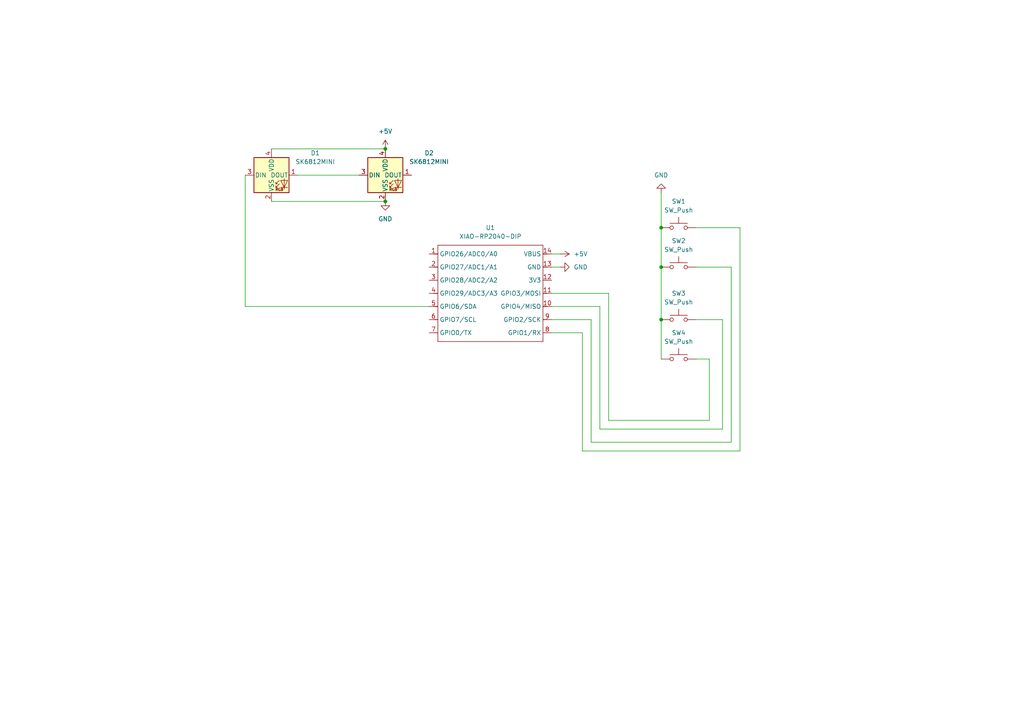
<source format=kicad_sch>
(kicad_sch (version 20250114) (generator "eeschema") (generator_version "9.0")
  (paper "A4")
  (lib_symbols
    (symbol "LED:SK6812MINI" (pin_names (offset 0.254))
      (property "Reference" "D" (at 5.08 5.715 0))
      (property "Value" "SK6812MINI" (at 1.27 -5.715 0))
      (symbol "SK6812MINI_0_0"
        (text "RGB" (at 2.286 -4.191 0) (effects (font (size 0.762 0.762))))
      )
      (symbol "SK6812MINI_0_1"
        (polyline (pts (xy 1.27 -2.54) (xy 1.778 -2.54)))
        (polyline (pts (xy 1.27 -3.556) (xy 1.778 -3.556)))
        (polyline (pts (xy 2.286 -1.524) (xy 1.27 -2.54) (xy 1.27 -2.032)))
        (polyline (pts (xy 2.286 -2.54) (xy 1.27 -3.556) (xy 1.27 -3.048)))
        (polyline (pts (xy 3.683 -1.016) (xy 3.683 -3.556) (xy 3.683 -4.064)))
        (polyline (pts (xy 4.699 -1.524) (xy 2.667 -1.524) (xy 3.683 -3.556) (xy 4.699 -1.524)))
        (polyline (pts (xy 4.699 -3.556) (xy 2.667 -3.556)))
        (rectangle (start 5.08 5.08) (end -5.08 -5.08) (stroke (width 0.254)) (fill (type background)))
      )
      (symbol "SK6812MINI_1_1"
        (pin input line (at -7.62 0 0) (length 2.54) (name "DIN") (number "3"))
        (pin power_in line (at 0 7.62 270) (length 2.54) (name "VDD") (number "4"))
        (pin power_in line (at 0 -7.62 90) (length 2.54) (name "VSS") (number "2"))
        (pin output line (at 7.62 0 180) (length 2.54) (name "DOUT") (number "1"))
      )
    )
    (symbol "Seeed_Studio_XIAO_Series:XIAO-RP2040-DIP"
      (property "Reference" "U" (at 0 0 0))
      (property "Value" "XIAO-RP2040-DIP" (at 5.334 -1.778 0))
      (symbol "XIAO-RP2040-DIP_1_0"
        (polyline (pts (xy -1.27 -2.54) (xy 29.21 -2.54)) (stroke (width 0.1524)))
        (polyline (pts (xy -1.27 -5.08) (xy -2.54 -5.08)) (stroke (width 0.1524)))
        (polyline (pts (xy -1.27 -5.08) (xy -1.27 -2.54)) (stroke (width 0.1524)))
        (polyline (pts (xy -1.27 -8.89) (xy -2.54 -8.89)) (stroke (width 0.1524)))
        (polyline (pts (xy -1.27 -8.89) (xy -1.27 -5.08)) (stroke (width 0.1524)))
        (polyline (pts (xy -1.27 -12.7) (xy -2.54 -12.7)) (stroke (width 0.1524)))
        (polyline (pts (xy -1.27 -12.7) (xy -1.27 -8.89)) (stroke (width 0.1524)))
        (polyline (pts (xy -1.27 -16.51) (xy -2.54 -16.51)) (stroke (width 0.1524)))
        (polyline (pts (xy -1.27 -16.51) (xy -1.27 -12.7)) (stroke (width 0.1524)))
        (polyline (pts (xy -1.27 -20.32) (xy -2.54 -20.32)) (stroke (width 0.1524)))
        (polyline (pts (xy -1.27 -24.13) (xy -2.54 -24.13)) (stroke (width 0.1524)))
        (polyline (pts (xy -1.27 -27.94) (xy -2.54 -27.94)) (stroke (width 0.1524)))
        (polyline (pts (xy -1.27 -30.48) (xy -1.27 -16.51)) (stroke (width 0.1524)))
        (polyline (pts (xy 29.21 -2.54) (xy 29.21 -5.08)) (stroke (width 0.1524)))
        (polyline (pts (xy 29.21 -5.08) (xy 29.21 -8.89)) (stroke (width 0.1524)))
        (polyline (pts (xy 29.21 -8.89) (xy 29.21 -12.7)) (stroke (width 0.1524)))
        (polyline (pts (xy 29.21 -12.7) (xy 29.21 -30.48)) (stroke (width 0.1524)))
        (polyline (pts (xy 29.21 -30.48) (xy -1.27 -30.48)) (stroke (width 0.1524)))
        (polyline (pts (xy 30.48 -5.08) (xy 29.21 -5.08)) (stroke (width 0.1524)))
        (polyline (pts (xy 30.48 -8.89) (xy 29.21 -8.89)) (stroke (width 0.1524)))
        (polyline (pts (xy 30.48 -12.7) (xy 29.21 -12.7)) (stroke (width 0.1524)))
        (polyline (pts (xy 30.48 -16.51) (xy 29.21 -16.51)) (stroke (width 0.1524)))
        (polyline (pts (xy 30.48 -20.32) (xy 29.21 -20.32)) (stroke (width 0.1524)))
        (polyline (pts (xy 30.48 -24.13) (xy 29.21 -24.13)) (stroke (width 0.1524)))
        (polyline (pts (xy 30.48 -27.94) (xy 29.21 -27.94)) (stroke (width 0.1524)))
        (pin passive line (at -3.81 -5.08 0) (length 2.54) (name "GPIO26/ADC0/A0") (number "1"))
        (pin passive line (at -3.81 -8.89 0) (length 2.54) (name "GPIO27/ADC1/A1") (number "2"))
        (pin passive line (at -3.81 -12.7 0) (length 2.54) (name "GPIO28/ADC2/A2") (number "3"))
        (pin passive line (at -3.81 -16.51 0) (length 2.54) (name "GPIO29/ADC3/A3") (number "4"))
        (pin passive line (at -3.81 -20.32 0) (length 2.54) (name "GPIO6/SDA") (number "5"))
        (pin passive line (at -3.81 -24.13 0) (length 2.54) (name "GPIO7/SCL") (number "6"))
        (pin passive line (at -3.81 -27.94 0) (length 2.54) (name "GPIO0/TX") (number "7"))
        (pin passive line (at 31.75 -5.08 180) (length 2.54) (name "VBUS") (number "14"))
        (pin passive line (at 31.75 -8.89 180) (length 2.54) (name "GND") (number "13"))
        (pin passive line (at 31.75 -12.7 180) (length 2.54) (name "3V3") (number "12"))
        (pin passive line (at 31.75 -16.51 180) (length 2.54) (name "GPIO3/MOSI") (number "11"))
        (pin passive line (at 31.75 -20.32 180) (length 2.54) (name "GPIO4/MISO") (number "10"))
        (pin passive line (at 31.75 -24.13 180) (length 2.54) (name "GPIO2/SCK") (number "9"))
        (pin passive line (at 31.75 -27.94 180) (length 2.54) (name "GPIO1/RX") (number "8"))
      )
    )
    (symbol "Switch:SW_Push" (pin_numbers (hide yes)) (pin_names (offset 1.016) (hide yes))
      (property "Reference" "SW" (at 1.27 2.54 0))
      (property "Value" "SW_Push" (at 0 -1.524 0))
      (symbol "SW_Push_0_1"
        (circle (center -2.032 0) (radius 0.508))
        (polyline (pts (xy 0 1.27) (xy 0 3.048)))
        (circle (center 2.032 0) (radius 0.508))
        (polyline (pts (xy 2.54 1.27) (xy -2.54 1.27)))
        (pin passive line (at -5.08 0 0) (length 2.54) (name "1") (number "1"))
        (pin passive line (at 5.08 0 180) (length 2.54) (name "2") (number "2"))
      )
    )
    (symbol "power:+5V" (power) (pin_numbers (hide yes)) (pin_names (offset 0) (hide yes))
      (property "Value" "+5V" (at 0 3.556 0))
      (symbol "+5V_0_1"
        (polyline (pts (xy -0.762 1.27) (xy 0 2.54)))
        (polyline (pts (xy 0 2.54) (xy 0.762 1.27)))
        (polyline (pts (xy 0 0) (xy 0 2.54)))
      )
      (symbol "+5V_1_1"
        (pin power_in line (at 0 0 90) (length 0) (name "~") (number "1"))
      )
    )
    (symbol "power:GND" (power) (pin_numbers (hide yes)) (pin_names (offset 0) (hide yes))
      (property "Value" "GND" (at 0 -3.81 0))
      (symbol "GND_0_1"
        (polyline (pts (xy 0 0) (xy 0 -1.27) (xy 1.27 -1.27) (xy 0 -2.54) (xy -1.27 -1.27) (xy 0 -1.27)))
      )
      (symbol "GND_1_1"
        (pin power_in line (at 0 0 270) (length 0) (name "~") (number "1"))
      )
    )
  )
  (junction (at 191.77 66.04))
  (junction (at 191.77 77.47))
  (junction (at 111.76 43.18))
  (junction (at 191.77 92.71))
  (junction (at 111.76 58.42))
  (wire (pts (xy 214.63 66.04) (xy 201.93 66.04)))
  (wire (pts (xy 209.55 124.46) (xy 173.99 124.46)))
  (wire (pts (xy 168.91 130.81) (xy 214.63 130.81)))
  (wire (pts (xy 160.02 85.09) (xy 176.53 85.09)))
  (wire (pts (xy 191.77 66.04) (xy 191.77 77.47)))
  (wire (pts (xy 191.77 55.88) (xy 191.77 66.04)))
  (wire (pts (xy 201.93 92.71) (xy 209.55 92.71)))
  (wire (pts (xy 168.91 96.52) (xy 168.91 130.81)))
  (wire (pts (xy 201.93 77.47) (xy 212.09 77.47)))
  (wire (pts (xy 71.12 88.9) (xy 71.12 50.8)))
  (wire (pts (xy 86.36 50.8) (xy 104.14 50.8)))
  (wire (pts (xy 209.55 92.71) (xy 209.55 124.46)))
  (wire (pts (xy 191.77 92.71) (xy 191.77 104.14)))
  (wire (pts (xy 160.02 92.71) (xy 171.45 92.71)))
  (wire (pts (xy 78.74 58.42) (xy 111.76 58.42)))
  (wire (pts (xy 176.53 85.09) (xy 176.53 121.92)))
  (wire (pts (xy 191.77 77.47) (xy 191.77 92.71)))
  (wire (pts (xy 176.53 121.92) (xy 205.74 121.92)))
  (wire (pts (xy 205.74 121.92) (xy 205.74 104.14)))
  (wire (pts (xy 171.45 128.27) (xy 212.09 128.27)))
  (wire (pts (xy 171.45 92.71) (xy 171.45 128.27)))
  (wire (pts (xy 160.02 77.47) (xy 162.56 77.47)))
  (wire (pts (xy 212.09 77.47) (xy 212.09 128.27)))
  (wire (pts (xy 214.63 130.81) (xy 214.63 66.04)))
  (wire (pts (xy 173.99 88.9) (xy 160.02 88.9)))
  (wire (pts (xy 78.74 43.18) (xy 111.76 43.18)))
  (wire (pts (xy 160.02 73.66) (xy 162.56 73.66)))
  (wire (pts (xy 160.02 96.52) (xy 168.91 96.52)))
  (wire (pts (xy 124.46 88.9) (xy 71.12 88.9)))
  (wire (pts (xy 205.74 104.14) (xy 201.93 104.14)))
  (wire (pts (xy 173.99 124.46) (xy 173.99 88.9)))
  (symbol (lib_id "power:GND") (at 191.77 55.88 180) (unit 1)
    (property "Reference" "#PWR05" (effects (hide yes)))
    (property "Value" "GND" (at 191.77 50.8 0))
    (property "Description" "Power symbol creates a global label with name \"GND\" , ground" (effects (hide yes)))
  )
  (symbol (lib_id "LED:SK6812MINI") (at 78.74 50.8 0) (unit 1)
    (property "Reference" "D1" (at 91.44 44.3798 0))
    (property "Value" "SK6812MINI" (at 91.44 46.9198 0))
    (property "Footprint" "LED_SMD:LED_SK6812MINI_PLCC4_3.5x3.5mm_P1.75mm" (effects (hide yes)))
    (property "Datasheet" "https://cdn-shop.adafruit.com/product-files/2686/SK6812MINI_REV.01-1-2.pdf" (effects (hide yes)))
    (property "Description" "RGB LED with integrated controller" (effects (hide yes)))
  )
  (symbol (lib_id "Switch:SW_Push") (at 196.85 66.04 0) (unit 1)
    (property "Reference" "SW1" (at 196.85 58.42 0))
    (property "Value" "SW_Push" (at 196.85 60.96 0))
    (property "Footprint" "Button_Switch_Keyboard:SW_Cherry_MX_1.00u_PCB" (effects (hide yes)))
    (property "Description" "Push button switch, generic, two pins" (effects (hide yes)))
  )
  (symbol (lib_id "power:GND") (at 162.56 77.47 90) (unit 1)
    (property "Reference" "#PWR01" (effects (hide yes)))
    (property "Value" "GND" (at 166.37 77.4699 90) (effects (justify right)))
    (property "Description" "Power symbol creates a global label with name \"GND\" , ground" (effects (hide yes)))
  )
  (symbol (lib_id "power:GND") (at 111.76 58.42 0) (unit 1)
    (property "Reference" "#PWR04" (effects (hide yes)))
    (property "Value" "GND" (at 111.76 63.5 0))
    (property "Description" "Power symbol creates a global label with name \"GND\" , ground" (effects (hide yes)))
  )
  (symbol (lib_id "Seeed_Studio_XIAO_Series:XIAO-RP2040-DIP") (at 128.27 68.58 0) (unit 1)
    (property "Reference" "U1" (at 142.24 66.04 0))
    (property "Value" "XIAO-RP2040-DIP" (at 142.24 68.58 0))
    (property "Footprint" "OPL:XIAO-RP2040-DIP" (effects (hide yes)))
  )
  (symbol (lib_id "Switch:SW_Push") (at 196.85 77.47 0) (unit 1)
    (property "Reference" "SW2" (at 196.85 69.85 0))
    (property "Value" "SW_Push" (at 196.85 72.39 0))
    (property "Footprint" "Button_Switch_Keyboard:SW_Cherry_MX_1.00u_PCB" (effects (hide yes)))
    (property "Description" "Push button switch, generic, two pins" (effects (hide yes)))
  )
  (symbol (lib_id "power:+5V") (at 162.56 73.66 270) (unit 1)
    (property "Reference" "#PWR02" (effects (hide yes)))
    (property "Value" "+5V" (at 166.37 73.6599 90) (effects (justify left)))
    (property "Description" "Power symbol creates a global label with name \"+5V\"" (effects (hide yes)))
  )
  (symbol (lib_id "LED:SK6812MINI") (at 111.76 50.8 0) (unit 1)
    (property "Reference" "D2" (at 124.46 44.3798 0))
    (property "Value" "SK6812MINI" (at 124.46 46.9198 0))
    (property "Footprint" "LED_SMD:LED_SK6812MINI_PLCC4_3.5x3.5mm_P1.75mm" (effects (hide yes)))
    (property "Datasheet" "https://cdn-shop.adafruit.com/product-files/2686/SK6812MINI_REV.01-1-2.pdf" (effects (hide yes)))
    (property "Description" "RGB LED with integrated controller" (effects (hide yes)))
  )
  (symbol (lib_id "Switch:SW_Push") (at 196.85 92.71 0) (unit 1)
    (property "Reference" "SW3" (at 196.85 85.09 0))
    (property "Value" "SW_Push" (at 196.85 87.63 0))
    (property "Footprint" "Button_Switch_Keyboard:SW_Cherry_MX_1.00u_PCB" (effects (hide yes)))
    (property "Description" "Push button switch, generic, two pins" (effects (hide yes)))
  )
  (symbol (lib_id "power:+5V") (at 111.76 43.18 0) (unit 1)
    (property "Reference" "#PWR03" (effects (hide yes)))
    (property "Value" "+5V" (at 111.76 38.1 0))
    (property "Description" "Power symbol creates a global label with name \"+5V\"" (effects (hide yes)))
  )
  (symbol (lib_id "Switch:SW_Push") (at 196.85 104.14 0) (unit 1)
    (property "Reference" "SW4" (at 196.85 96.52 0))
    (property "Value" "SW_Push" (at 196.85 99.06 0))
    (property "Footprint" "Button_Switch_Keyboard:SW_Cherry_MX_1.00u_PCB" (effects (hide yes)))
    (property "Description" "Push button switch, generic, two pins" (effects (hide yes)))
  )
)
</source>
